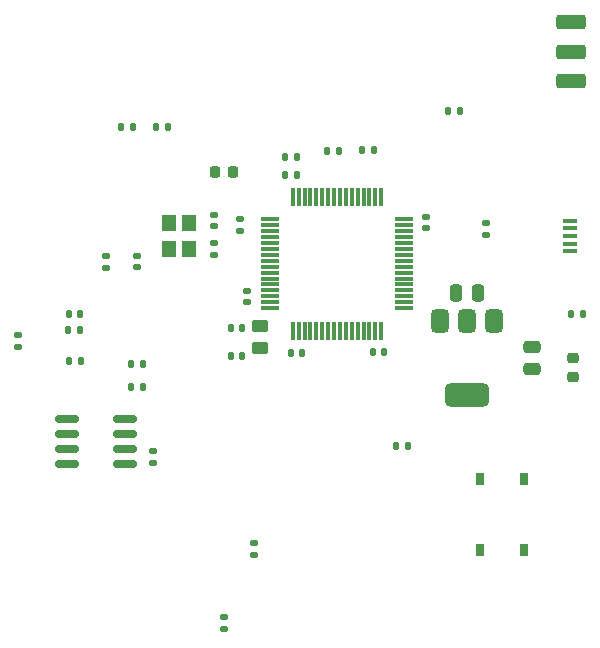
<source format=gbr>
%TF.GenerationSoftware,KiCad,Pcbnew,8.0.8*%
%TF.CreationDate,2025-03-25T11:50:14+11:00*%
%TF.ProjectId,STM32BMS,53544d33-3242-44d5-932e-6b696361645f,rev?*%
%TF.SameCoordinates,Original*%
%TF.FileFunction,Paste,Top*%
%TF.FilePolarity,Positive*%
%FSLAX46Y46*%
G04 Gerber Fmt 4.6, Leading zero omitted, Abs format (unit mm)*
G04 Created by KiCad (PCBNEW 8.0.8) date 2025-03-25 11:50:14*
%MOMM*%
%LPD*%
G01*
G04 APERTURE LIST*
G04 Aperture macros list*
%AMRoundRect*
0 Rectangle with rounded corners*
0 $1 Rounding radius*
0 $2 $3 $4 $5 $6 $7 $8 $9 X,Y pos of 4 corners*
0 Add a 4 corners polygon primitive as box body*
4,1,4,$2,$3,$4,$5,$6,$7,$8,$9,$2,$3,0*
0 Add four circle primitives for the rounded corners*
1,1,$1+$1,$2,$3*
1,1,$1+$1,$4,$5*
1,1,$1+$1,$6,$7*
1,1,$1+$1,$8,$9*
0 Add four rect primitives between the rounded corners*
20,1,$1+$1,$2,$3,$4,$5,0*
20,1,$1+$1,$4,$5,$6,$7,0*
20,1,$1+$1,$6,$7,$8,$9,0*
20,1,$1+$1,$8,$9,$2,$3,0*%
G04 Aperture macros list end*
%ADD10RoundRect,0.135000X-0.135000X-0.185000X0.135000X-0.185000X0.135000X0.185000X-0.135000X0.185000X0*%
%ADD11RoundRect,0.140000X0.140000X0.170000X-0.140000X0.170000X-0.140000X-0.170000X0.140000X-0.170000X0*%
%ADD12RoundRect,0.135000X0.185000X-0.135000X0.185000X0.135000X-0.185000X0.135000X-0.185000X-0.135000X0*%
%ADD13RoundRect,0.135000X-0.185000X0.135000X-0.185000X-0.135000X0.185000X-0.135000X0.185000X0.135000X0*%
%ADD14RoundRect,0.250000X0.475000X-0.250000X0.475000X0.250000X-0.475000X0.250000X-0.475000X-0.250000X0*%
%ADD15RoundRect,0.075000X-0.700000X-0.075000X0.700000X-0.075000X0.700000X0.075000X-0.700000X0.075000X0*%
%ADD16RoundRect,0.075000X-0.075000X-0.700000X0.075000X-0.700000X0.075000X0.700000X-0.075000X0.700000X0*%
%ADD17RoundRect,0.140000X-0.170000X0.140000X-0.170000X-0.140000X0.170000X-0.140000X0.170000X0.140000X0*%
%ADD18R,1.300000X0.450000*%
%ADD19RoundRect,0.250000X-0.250000X-0.475000X0.250000X-0.475000X0.250000X0.475000X-0.250000X0.475000X0*%
%ADD20RoundRect,0.140000X0.170000X-0.140000X0.170000X0.140000X-0.170000X0.140000X-0.170000X-0.140000X0*%
%ADD21RoundRect,0.150000X-0.825000X-0.150000X0.825000X-0.150000X0.825000X0.150000X-0.825000X0.150000X0*%
%ADD22RoundRect,0.250000X-0.450000X0.262500X-0.450000X-0.262500X0.450000X-0.262500X0.450000X0.262500X0*%
%ADD23RoundRect,0.140000X-0.140000X-0.170000X0.140000X-0.170000X0.140000X0.170000X-0.140000X0.170000X0*%
%ADD24RoundRect,0.135000X0.135000X0.185000X-0.135000X0.185000X-0.135000X-0.185000X0.135000X-0.185000X0*%
%ADD25RoundRect,0.218750X-0.256250X0.218750X-0.256250X-0.218750X0.256250X-0.218750X0.256250X0.218750X0*%
%ADD26RoundRect,0.250000X1.000000X-0.375000X1.000000X0.375000X-1.000000X0.375000X-1.000000X-0.375000X0*%
%ADD27R,1.200000X1.400000*%
%ADD28RoundRect,0.225000X-0.225000X-0.250000X0.225000X-0.250000X0.225000X0.250000X-0.225000X0.250000X0*%
%ADD29RoundRect,0.375000X-0.375000X0.625000X-0.375000X-0.625000X0.375000X-0.625000X0.375000X0.625000X0*%
%ADD30RoundRect,0.500000X-1.400000X0.500000X-1.400000X-0.500000X1.400000X-0.500000X1.400000X0.500000X0*%
%ADD31R,0.750000X1.000000*%
G04 APERTURE END LIST*
D10*
%TO.C,R10*%
X113060000Y-111600000D03*
X114080000Y-111600000D03*
%TD*%
%TO.C,R15*%
X118380000Y-114410000D03*
X119400000Y-114410000D03*
%TD*%
D11*
%TO.C,C9*%
X127800000Y-113800000D03*
X126840000Y-113800000D03*
%TD*%
D12*
%TO.C,R9*%
X108800000Y-113020000D03*
X108800000Y-112000000D03*
%TD*%
D13*
%TO.C,R6*%
X126200000Y-135890000D03*
X126200000Y-136910000D03*
%TD*%
D14*
%TO.C,C14*%
X152300000Y-114907500D03*
X152300000Y-113007500D03*
%TD*%
D15*
%TO.C,U1*%
X130125000Y-102207500D03*
X130125000Y-102707500D03*
X130125000Y-103207500D03*
X130125000Y-103707500D03*
X130125000Y-104207500D03*
X130125000Y-104707500D03*
X130125000Y-105207500D03*
X130125000Y-105707500D03*
X130125000Y-106207500D03*
X130125000Y-106707500D03*
X130125000Y-107207500D03*
X130125000Y-107707500D03*
X130125000Y-108207500D03*
X130125000Y-108707500D03*
X130125000Y-109207500D03*
X130125000Y-109707500D03*
D16*
X132050000Y-111632500D03*
X132550000Y-111632500D03*
X133050000Y-111632500D03*
X133550000Y-111632500D03*
X134050000Y-111632500D03*
X134550000Y-111632500D03*
X135050000Y-111632500D03*
X135550000Y-111632500D03*
X136050000Y-111632500D03*
X136550000Y-111632500D03*
X137050000Y-111632500D03*
X137550000Y-111632500D03*
X138050000Y-111632500D03*
X138550000Y-111632500D03*
X139050000Y-111632500D03*
X139550000Y-111632500D03*
D15*
X141475000Y-109707500D03*
X141475000Y-109207500D03*
X141475000Y-108707500D03*
X141475000Y-108207500D03*
X141475000Y-107707500D03*
X141475000Y-107207500D03*
X141475000Y-106707500D03*
X141475000Y-106207500D03*
X141475000Y-105707500D03*
X141475000Y-105207500D03*
X141475000Y-104707500D03*
X141475000Y-104207500D03*
X141475000Y-103707500D03*
X141475000Y-103207500D03*
X141475000Y-102707500D03*
X141475000Y-102207500D03*
D16*
X139550000Y-100282500D03*
X139050000Y-100282500D03*
X138550000Y-100282500D03*
X138050000Y-100282500D03*
X137550000Y-100282500D03*
X137050000Y-100282500D03*
X136550000Y-100282500D03*
X136050000Y-100282500D03*
X135550000Y-100282500D03*
X135050000Y-100282500D03*
X134550000Y-100282500D03*
X134050000Y-100282500D03*
X133550000Y-100282500D03*
X133050000Y-100282500D03*
X132550000Y-100282500D03*
X132050000Y-100282500D03*
%TD*%
D10*
%TO.C,R11*%
X140780000Y-121400000D03*
X141800000Y-121400000D03*
%TD*%
D17*
%TO.C,C17*%
X118850000Y-105312500D03*
X118850000Y-106272500D03*
%TD*%
D18*
%TO.C,J1*%
X155545000Y-104905000D03*
X155545000Y-104255000D03*
X155545000Y-103605000D03*
X155545000Y-102955000D03*
X155545000Y-102305000D03*
%TD*%
D13*
%TO.C,R14*%
X116250000Y-105282500D03*
X116250000Y-106302500D03*
%TD*%
D19*
%TO.C,C13*%
X145850000Y-108400000D03*
X147750000Y-108400000D03*
%TD*%
D10*
%TO.C,R12*%
X120490000Y-94400000D03*
X121510000Y-94400000D03*
%TD*%
D20*
%TO.C,C7*%
X128200000Y-109200000D03*
X128200000Y-108240000D03*
%TD*%
%TO.C,C11*%
X125400000Y-102800000D03*
X125400000Y-101840000D03*
%TD*%
D21*
%TO.C,U3*%
X112925000Y-119095000D03*
X112925000Y-120365000D03*
X112925000Y-121635000D03*
X112925000Y-122905000D03*
X117875000Y-122905000D03*
X117875000Y-121635000D03*
X117875000Y-120365000D03*
X117875000Y-119095000D03*
%TD*%
D20*
%TO.C,C4*%
X127600000Y-103160000D03*
X127600000Y-102200000D03*
%TD*%
D11*
%TO.C,C15*%
X114080000Y-110200000D03*
X113120000Y-110200000D03*
%TD*%
D12*
%TO.C,R5*%
X128800000Y-130620000D03*
X128800000Y-129600000D03*
%TD*%
D22*
%TO.C,FB1*%
X129300000Y-111257500D03*
X129300000Y-113082500D03*
%TD*%
D20*
%TO.C,C16*%
X120200000Y-122800000D03*
X120200000Y-121840000D03*
%TD*%
D23*
%TO.C,C10*%
X131880000Y-113477500D03*
X132840000Y-113477500D03*
%TD*%
D24*
%TO.C,R7*%
X118510000Y-94400000D03*
X117490000Y-94400000D03*
%TD*%
D25*
%TO.C,D1*%
X155800000Y-113957500D03*
X155800000Y-115532500D03*
%TD*%
D10*
%TO.C,R4*%
X134980000Y-96400000D03*
X136000000Y-96400000D03*
%TD*%
D26*
%TO.C,SW1*%
X155650000Y-90500000D03*
X155650000Y-88000000D03*
X155650000Y-85500000D03*
%TD*%
D10*
%TO.C,R3*%
X137890000Y-96310000D03*
X138910000Y-96310000D03*
%TD*%
D27*
%TO.C,Y1*%
X121550000Y-102507500D03*
X121550000Y-104707500D03*
X123250000Y-104707500D03*
X123250000Y-102507500D03*
%TD*%
D23*
%TO.C,C1*%
X131420000Y-98457500D03*
X132380000Y-98457500D03*
%TD*%
D11*
%TO.C,C8*%
X127800000Y-111382500D03*
X126840000Y-111382500D03*
%TD*%
D10*
%TO.C,R16*%
X118380000Y-116400000D03*
X119400000Y-116400000D03*
%TD*%
D23*
%TO.C,C5*%
X131440000Y-96957500D03*
X132400000Y-96957500D03*
%TD*%
D13*
%TO.C,R13*%
X148400000Y-102490000D03*
X148400000Y-103510000D03*
%TD*%
D24*
%TO.C,R1*%
X146220000Y-93000000D03*
X145200000Y-93000000D03*
%TD*%
D28*
%TO.C,C6*%
X125450000Y-98157500D03*
X127000000Y-98157500D03*
%TD*%
D29*
%TO.C,U2*%
X149100000Y-110807500D03*
X146800000Y-110807500D03*
D30*
X146800000Y-117107500D03*
D29*
X144500000Y-110807500D03*
%TD*%
D10*
%TO.C,R2*%
X155580000Y-110200000D03*
X156600000Y-110200000D03*
%TD*%
%TO.C,R8*%
X113090000Y-114200000D03*
X114110000Y-114200000D03*
%TD*%
D31*
%TO.C,SW2*%
X147925000Y-130200000D03*
X147925000Y-124200000D03*
X151675000Y-130200000D03*
X151675000Y-124200000D03*
%TD*%
D17*
%TO.C,C2*%
X143300000Y-101957500D03*
X143300000Y-102917500D03*
%TD*%
D20*
%TO.C,C12*%
X125400000Y-105200000D03*
X125400000Y-104240000D03*
%TD*%
D11*
%TO.C,C3*%
X139800000Y-113457500D03*
X138840000Y-113457500D03*
%TD*%
M02*

</source>
